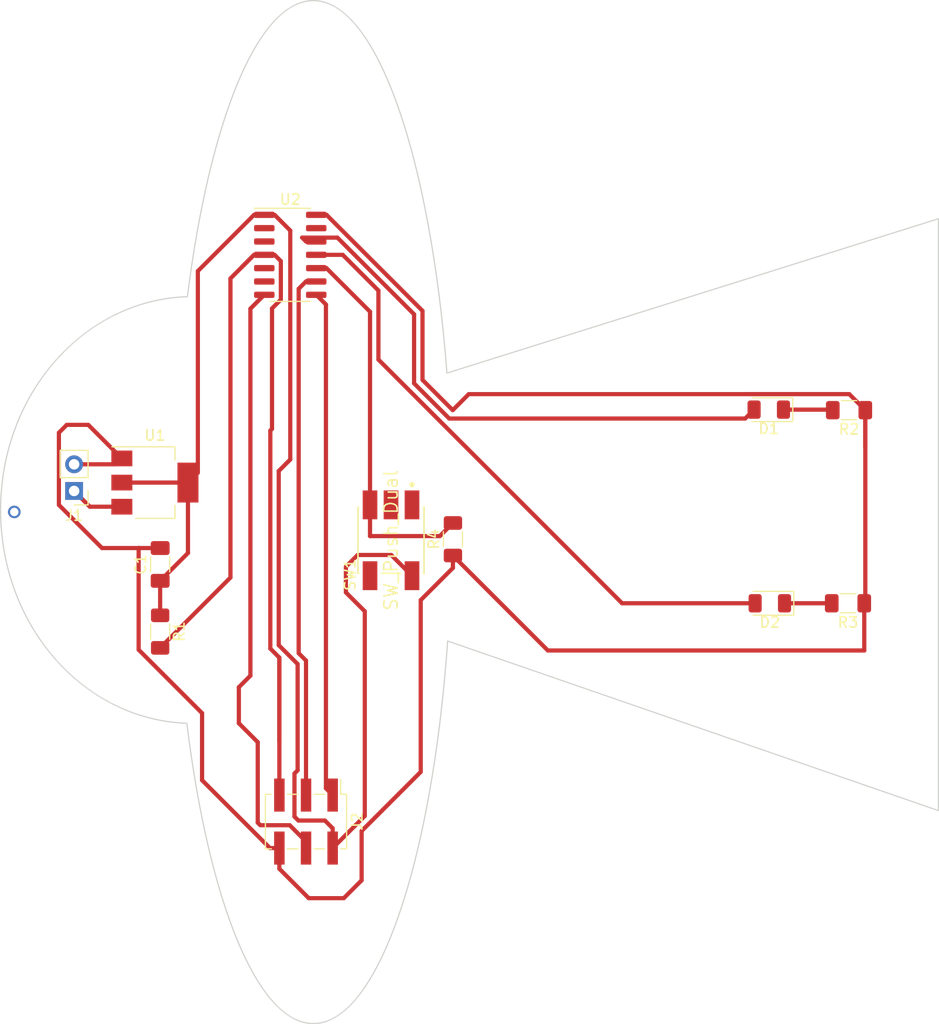
<source format=kicad_pcb>
(kicad_pcb (version 20171130) (host pcbnew "(5.1.9-0-10_14)")

  (general
    (thickness 1.6)
    (drawings 9)
    (tracks 126)
    (zones 0)
    (modules 12)
    (nets 20)
  )

  (page A4)
  (layers
    (0 F.Cu signal)
    (31 B.Cu signal)
    (32 B.Adhes user)
    (33 F.Adhes user)
    (34 B.Paste user)
    (35 F.Paste user)
    (36 B.SilkS user)
    (37 F.SilkS user)
    (38 B.Mask user)
    (39 F.Mask user)
    (40 Dwgs.User user)
    (41 Cmts.User user)
    (42 Eco1.User user)
    (43 Eco2.User user)
    (44 Edge.Cuts user)
    (45 Margin user)
    (46 B.CrtYd user)
    (47 F.CrtYd user)
    (48 B.Fab user)
    (49 F.Fab user)
  )

  (setup
    (last_trace_width 0.4)
    (trace_clearance 0.4)
    (zone_clearance 0.508)
    (zone_45_only no)
    (trace_min 0.2)
    (via_size 1.2)
    (via_drill 0.8)
    (via_min_size 0.4)
    (via_min_drill 0.3)
    (uvia_size 0.3)
    (uvia_drill 0.1)
    (uvias_allowed no)
    (uvia_min_size 0.2)
    (uvia_min_drill 0.1)
    (edge_width 0.05)
    (segment_width 0.2)
    (pcb_text_width 0.3)
    (pcb_text_size 1.5 1.5)
    (mod_edge_width 0.12)
    (mod_text_size 1 1)
    (mod_text_width 0.15)
    (pad_size 1.524 1.524)
    (pad_drill 0.762)
    (pad_to_mask_clearance 0)
    (aux_axis_origin 0 0)
    (visible_elements FFFFFF7F)
    (pcbplotparams
      (layerselection 0x01000_7fffffff)
      (usegerberextensions false)
      (usegerberattributes true)
      (usegerberadvancedattributes true)
      (creategerberjobfile true)
      (excludeedgelayer true)
      (linewidth 0.100000)
      (plotframeref false)
      (viasonmask false)
      (mode 1)
      (useauxorigin false)
      (hpglpennumber 1)
      (hpglpenspeed 20)
      (hpglpendiameter 15.000000)
      (psnegative false)
      (psa4output false)
      (plotreference true)
      (plotvalue true)
      (plotinvisibletext false)
      (padsonsilk false)
      (subtractmaskfromsilk false)
      (outputformat 1)
      (mirror false)
      (drillshape 0)
      (scaleselection 1)
      (outputdirectory "./"))
  )

  (net 0 "")
  (net 1 VCC)
  (net 2 GND)
  (net 3 "Net-(D1-Pad2)")
  (net 4 "Net-(D1-Pad1)")
  (net 5 "Net-(D2-Pad1)")
  (net 6 "Net-(D2-Pad2)")
  (net 7 +9V)
  (net 8 /MISO)
  (net 9 /SCK)
  (net 10 /MOSI)
  (net 11 /RESET)
  (net 12 "Net-(SW1-Pad1)")
  (net 13 "Net-(SW1-Pad4)")
  (net 14 "Net-(U2-Pad2)")
  (net 15 "Net-(U2-Pad3)")
  (net 16 "Net-(U2-Pad5)")
  (net 17 "Net-(U2-Pad6)")
  (net 18 "Net-(U2-Pad13)")
  (net 19 "Net-(R4-Pad2)")

  (net_class Default "This is the default net class."
    (clearance 0.4)
    (trace_width 0.4)
    (via_dia 1.2)
    (via_drill 0.8)
    (uvia_dia 0.3)
    (uvia_drill 0.1)
    (add_net +9V)
    (add_net /MISO)
    (add_net /MOSI)
    (add_net /RESET)
    (add_net /SCK)
    (add_net GND)
    (add_net "Net-(D1-Pad1)")
    (add_net "Net-(D1-Pad2)")
    (add_net "Net-(D2-Pad1)")
    (add_net "Net-(D2-Pad2)")
    (add_net "Net-(R4-Pad2)")
    (add_net "Net-(SW1-Pad1)")
    (add_net "Net-(SW1-Pad4)")
    (add_net "Net-(U2-Pad13)")
    (add_net "Net-(U2-Pad2)")
    (add_net "Net-(U2-Pad3)")
    (add_net "Net-(U2-Pad5)")
    (add_net "Net-(U2-Pad6)")
    (add_net VCC)
  )

  (module LED_SMD:LED_1206_3216Metric (layer F.Cu) (tedit 5F68FEF1) (tstamp 618CC661)
    (at 178 48.25 180)
    (descr "LED SMD 1206 (3216 Metric), square (rectangular) end terminal, IPC_7351 nominal, (Body size source: http://www.tortai-tech.com/upload/download/2011102023233369053.pdf), generated with kicad-footprint-generator")
    (tags LED)
    (path /61816D9D)
    (attr smd)
    (fp_text reference D1 (at 0 -1.82) (layer F.SilkS)
      (effects (font (size 1 1) (thickness 0.15)))
    )
    (fp_text value LED (at 0 1.82) (layer F.Fab)
      (effects (font (size 1 1) (thickness 0.15)))
    )
    (fp_line (start 1.6 -0.8) (end -1.2 -0.8) (layer F.Fab) (width 0.1))
    (fp_line (start -1.2 -0.8) (end -1.6 -0.4) (layer F.Fab) (width 0.1))
    (fp_line (start -1.6 -0.4) (end -1.6 0.8) (layer F.Fab) (width 0.1))
    (fp_line (start -1.6 0.8) (end 1.6 0.8) (layer F.Fab) (width 0.1))
    (fp_line (start 1.6 0.8) (end 1.6 -0.8) (layer F.Fab) (width 0.1))
    (fp_line (start 1.6 -1.135) (end -2.285 -1.135) (layer F.SilkS) (width 0.12))
    (fp_line (start -2.285 -1.135) (end -2.285 1.135) (layer F.SilkS) (width 0.12))
    (fp_line (start -2.285 1.135) (end 1.6 1.135) (layer F.SilkS) (width 0.12))
    (fp_line (start -2.28 1.12) (end -2.28 -1.12) (layer F.CrtYd) (width 0.05))
    (fp_line (start -2.28 -1.12) (end 2.28 -1.12) (layer F.CrtYd) (width 0.05))
    (fp_line (start 2.28 -1.12) (end 2.28 1.12) (layer F.CrtYd) (width 0.05))
    (fp_line (start 2.28 1.12) (end -2.28 1.12) (layer F.CrtYd) (width 0.05))
    (fp_text user %R (at 0 0) (layer F.Fab)
      (effects (font (size 0.8 0.8) (thickness 0.12)))
    )
    (pad 2 smd roundrect (at 1.4 0 180) (size 1.25 1.75) (layers F.Cu F.Paste F.Mask) (roundrect_rratio 0.2)
      (net 3 "Net-(D1-Pad2)"))
    (pad 1 smd roundrect (at -1.4 0 180) (size 1.25 1.75) (layers F.Cu F.Paste F.Mask) (roundrect_rratio 0.2)
      (net 4 "Net-(D1-Pad1)"))
    (model ${KISYS3DMOD}/LED_SMD.3dshapes/LED_1206_3216Metric.wrl
      (at (xyz 0 0 0))
      (scale (xyz 1 1 1))
      (rotate (xyz 0 0 0))
    )
  )

  (module LED_SMD:LED_1206_3216Metric (layer F.Cu) (tedit 5F68FEF1) (tstamp 618CC674)
    (at 178.1 66.7 180)
    (descr "LED SMD 1206 (3216 Metric), square (rectangular) end terminal, IPC_7351 nominal, (Body size source: http://www.tortai-tech.com/upload/download/2011102023233369053.pdf), generated with kicad-footprint-generator")
    (tags LED)
    (path /6182024E)
    (attr smd)
    (fp_text reference D2 (at 0 -1.82) (layer F.SilkS)
      (effects (font (size 1 1) (thickness 0.15)))
    )
    (fp_text value LED (at 0 1.82) (layer F.Fab)
      (effects (font (size 1 1) (thickness 0.15)))
    )
    (fp_line (start 2.28 1.12) (end -2.28 1.12) (layer F.CrtYd) (width 0.05))
    (fp_line (start 2.28 -1.12) (end 2.28 1.12) (layer F.CrtYd) (width 0.05))
    (fp_line (start -2.28 -1.12) (end 2.28 -1.12) (layer F.CrtYd) (width 0.05))
    (fp_line (start -2.28 1.12) (end -2.28 -1.12) (layer F.CrtYd) (width 0.05))
    (fp_line (start -2.285 1.135) (end 1.6 1.135) (layer F.SilkS) (width 0.12))
    (fp_line (start -2.285 -1.135) (end -2.285 1.135) (layer F.SilkS) (width 0.12))
    (fp_line (start 1.6 -1.135) (end -2.285 -1.135) (layer F.SilkS) (width 0.12))
    (fp_line (start 1.6 0.8) (end 1.6 -0.8) (layer F.Fab) (width 0.1))
    (fp_line (start -1.6 0.8) (end 1.6 0.8) (layer F.Fab) (width 0.1))
    (fp_line (start -1.6 -0.4) (end -1.6 0.8) (layer F.Fab) (width 0.1))
    (fp_line (start -1.2 -0.8) (end -1.6 -0.4) (layer F.Fab) (width 0.1))
    (fp_line (start 1.6 -0.8) (end -1.2 -0.8) (layer F.Fab) (width 0.1))
    (fp_text user %R (at 0 0) (layer F.Fab)
      (effects (font (size 0.8 0.8) (thickness 0.12)))
    )
    (pad 1 smd roundrect (at -1.4 0 180) (size 1.25 1.75) (layers F.Cu F.Paste F.Mask) (roundrect_rratio 0.2)
      (net 5 "Net-(D2-Pad1)"))
    (pad 2 smd roundrect (at 1.4 0 180) (size 1.25 1.75) (layers F.Cu F.Paste F.Mask) (roundrect_rratio 0.2)
      (net 6 "Net-(D2-Pad2)"))
    (model ${KISYS3DMOD}/LED_SMD.3dshapes/LED_1206_3216Metric.wrl
      (at (xyz 0 0 0))
      (scale (xyz 1 1 1))
      (rotate (xyz 0 0 0))
    )
  )

  (module Connector_PinHeader_2.54mm:PinHeader_1x02_P2.54mm_Vertical (layer F.Cu) (tedit 59FED5CC) (tstamp 618CC68A)
    (at 111.8 56 180)
    (descr "Through hole straight pin header, 1x02, 2.54mm pitch, single row")
    (tags "Through hole pin header THT 1x02 2.54mm single row")
    (path /61824F8C)
    (fp_text reference J1 (at 0 -2.33) (layer F.SilkS)
      (effects (font (size 1 1) (thickness 0.15)))
    )
    (fp_text value Conn_01x02_Male (at 0 4.87) (layer F.Fab)
      (effects (font (size 1 1) (thickness 0.15)))
    )
    (fp_line (start 1.8 -1.8) (end -1.8 -1.8) (layer F.CrtYd) (width 0.05))
    (fp_line (start 1.8 4.35) (end 1.8 -1.8) (layer F.CrtYd) (width 0.05))
    (fp_line (start -1.8 4.35) (end 1.8 4.35) (layer F.CrtYd) (width 0.05))
    (fp_line (start -1.8 -1.8) (end -1.8 4.35) (layer F.CrtYd) (width 0.05))
    (fp_line (start -1.33 -1.33) (end 0 -1.33) (layer F.SilkS) (width 0.12))
    (fp_line (start -1.33 0) (end -1.33 -1.33) (layer F.SilkS) (width 0.12))
    (fp_line (start -1.33 1.27) (end 1.33 1.27) (layer F.SilkS) (width 0.12))
    (fp_line (start 1.33 1.27) (end 1.33 3.87) (layer F.SilkS) (width 0.12))
    (fp_line (start -1.33 1.27) (end -1.33 3.87) (layer F.SilkS) (width 0.12))
    (fp_line (start -1.33 3.87) (end 1.33 3.87) (layer F.SilkS) (width 0.12))
    (fp_line (start -1.27 -0.635) (end -0.635 -1.27) (layer F.Fab) (width 0.1))
    (fp_line (start -1.27 3.81) (end -1.27 -0.635) (layer F.Fab) (width 0.1))
    (fp_line (start 1.27 3.81) (end -1.27 3.81) (layer F.Fab) (width 0.1))
    (fp_line (start 1.27 -1.27) (end 1.27 3.81) (layer F.Fab) (width 0.1))
    (fp_line (start -0.635 -1.27) (end 1.27 -1.27) (layer F.Fab) (width 0.1))
    (fp_text user %R (at 0 1.27 90) (layer F.Fab)
      (effects (font (size 1 1) (thickness 0.15)))
    )
    (pad 1 thru_hole rect (at 0 0 180) (size 1.7 1.7) (drill 1) (layers *.Cu *.Mask)
      (net 7 +9V))
    (pad 2 thru_hole oval (at 0 2.54 180) (size 1.7 1.7) (drill 1) (layers *.Cu *.Mask)
      (net 2 GND))
    (model ${KISYS3DMOD}/Connector_PinHeader_2.54mm.3dshapes/PinHeader_1x02_P2.54mm_Vertical.wrl
      (at (xyz 0 0 0))
      (scale (xyz 1 1 1))
      (rotate (xyz 0 0 0))
    )
  )

  (module Resistor_SMD:R_1206_3216Metric_Pad1.30x1.75mm_HandSolder (layer F.Cu) (tedit 5F68FEEE) (tstamp 618CC6C8)
    (at 185.65 48.3 180)
    (descr "Resistor SMD 1206 (3216 Metric), square (rectangular) end terminal, IPC_7351 nominal with elongated pad for handsoldering. (Body size source: IPC-SM-782 page 72, https://www.pcb-3d.com/wordpress/wp-content/uploads/ipc-sm-782a_amendment_1_and_2.pdf), generated with kicad-footprint-generator")
    (tags "resistor handsolder")
    (path /6181FB39)
    (attr smd)
    (fp_text reference R2 (at 0 -1.82) (layer F.SilkS)
      (effects (font (size 1 1) (thickness 0.15)))
    )
    (fp_text value 1k (at 0 1.82) (layer F.Fab)
      (effects (font (size 1 1) (thickness 0.15)))
    )
    (fp_line (start 2.45 1.12) (end -2.45 1.12) (layer F.CrtYd) (width 0.05))
    (fp_line (start 2.45 -1.12) (end 2.45 1.12) (layer F.CrtYd) (width 0.05))
    (fp_line (start -2.45 -1.12) (end 2.45 -1.12) (layer F.CrtYd) (width 0.05))
    (fp_line (start -2.45 1.12) (end -2.45 -1.12) (layer F.CrtYd) (width 0.05))
    (fp_line (start -0.727064 0.91) (end 0.727064 0.91) (layer F.SilkS) (width 0.12))
    (fp_line (start -0.727064 -0.91) (end 0.727064 -0.91) (layer F.SilkS) (width 0.12))
    (fp_line (start 1.6 0.8) (end -1.6 0.8) (layer F.Fab) (width 0.1))
    (fp_line (start 1.6 -0.8) (end 1.6 0.8) (layer F.Fab) (width 0.1))
    (fp_line (start -1.6 -0.8) (end 1.6 -0.8) (layer F.Fab) (width 0.1))
    (fp_line (start -1.6 0.8) (end -1.6 -0.8) (layer F.Fab) (width 0.1))
    (fp_text user %R (at 0 0) (layer F.Fab)
      (effects (font (size 0.8 0.8) (thickness 0.12)))
    )
    (pad 1 smd roundrect (at -1.55 0 180) (size 1.3 1.75) (layers F.Cu F.Paste F.Mask) (roundrect_rratio 0.1923069230769231)
      (net 2 GND))
    (pad 2 smd roundrect (at 1.55 0 180) (size 1.3 1.75) (layers F.Cu F.Paste F.Mask) (roundrect_rratio 0.1923069230769231)
      (net 4 "Net-(D1-Pad1)"))
    (model ${KISYS3DMOD}/Resistor_SMD.3dshapes/R_1206_3216Metric.wrl
      (at (xyz 0 0 0))
      (scale (xyz 1 1 1))
      (rotate (xyz 0 0 0))
    )
  )

  (module Resistor_SMD:R_1206_3216Metric_Pad1.30x1.75mm_HandSolder (layer F.Cu) (tedit 5F68FEEE) (tstamp 618CC6D9)
    (at 185.55 66.7 180)
    (descr "Resistor SMD 1206 (3216 Metric), square (rectangular) end terminal, IPC_7351 nominal with elongated pad for handsoldering. (Body size source: IPC-SM-782 page 72, https://www.pcb-3d.com/wordpress/wp-content/uploads/ipc-sm-782a_amendment_1_and_2.pdf), generated with kicad-footprint-generator")
    (tags "resistor handsolder")
    (path /61820823)
    (attr smd)
    (fp_text reference R3 (at 0 -1.82) (layer F.SilkS)
      (effects (font (size 1 1) (thickness 0.15)))
    )
    (fp_text value 1k (at 0 1.82) (layer F.Fab)
      (effects (font (size 1 1) (thickness 0.15)))
    )
    (fp_line (start -1.6 0.8) (end -1.6 -0.8) (layer F.Fab) (width 0.1))
    (fp_line (start -1.6 -0.8) (end 1.6 -0.8) (layer F.Fab) (width 0.1))
    (fp_line (start 1.6 -0.8) (end 1.6 0.8) (layer F.Fab) (width 0.1))
    (fp_line (start 1.6 0.8) (end -1.6 0.8) (layer F.Fab) (width 0.1))
    (fp_line (start -0.727064 -0.91) (end 0.727064 -0.91) (layer F.SilkS) (width 0.12))
    (fp_line (start -0.727064 0.91) (end 0.727064 0.91) (layer F.SilkS) (width 0.12))
    (fp_line (start -2.45 1.12) (end -2.45 -1.12) (layer F.CrtYd) (width 0.05))
    (fp_line (start -2.45 -1.12) (end 2.45 -1.12) (layer F.CrtYd) (width 0.05))
    (fp_line (start 2.45 -1.12) (end 2.45 1.12) (layer F.CrtYd) (width 0.05))
    (fp_line (start 2.45 1.12) (end -2.45 1.12) (layer F.CrtYd) (width 0.05))
    (fp_text user %R (at 0 0) (layer F.Fab)
      (effects (font (size 0.8 0.8) (thickness 0.12)))
    )
    (pad 2 smd roundrect (at 1.55 0 180) (size 1.3 1.75) (layers F.Cu F.Paste F.Mask) (roundrect_rratio 0.1923069230769231)
      (net 5 "Net-(D2-Pad1)"))
    (pad 1 smd roundrect (at -1.55 0 180) (size 1.3 1.75) (layers F.Cu F.Paste F.Mask) (roundrect_rratio 0.1923069230769231)
      (net 2 GND))
    (model ${KISYS3DMOD}/Resistor_SMD.3dshapes/R_1206_3216Metric.wrl
      (at (xyz 0 0 0))
      (scale (xyz 1 1 1))
      (rotate (xyz 0 0 0))
    )
  )

  (module Resistor_SMD:R_1206_3216Metric_Pad1.30x1.75mm_HandSolder (layer F.Cu) (tedit 5F68FEEE) (tstamp 618CC6EA)
    (at 147.9 60.6 90)
    (descr "Resistor SMD 1206 (3216 Metric), square (rectangular) end terminal, IPC_7351 nominal with elongated pad for handsoldering. (Body size source: IPC-SM-782 page 72, https://www.pcb-3d.com/wordpress/wp-content/uploads/ipc-sm-782a_amendment_1_and_2.pdf), generated with kicad-footprint-generator")
    (tags "resistor handsolder")
    (path /618ECFAF)
    (attr smd)
    (fp_text reference R4 (at 0 -1.82 90) (layer F.SilkS)
      (effects (font (size 1 1) (thickness 0.15)))
    )
    (fp_text value 10k (at 0 1.82 90) (layer F.Fab)
      (effects (font (size 1 1) (thickness 0.15)))
    )
    (fp_line (start -1.6 0.8) (end -1.6 -0.8) (layer F.Fab) (width 0.1))
    (fp_line (start -1.6 -0.8) (end 1.6 -0.8) (layer F.Fab) (width 0.1))
    (fp_line (start 1.6 -0.8) (end 1.6 0.8) (layer F.Fab) (width 0.1))
    (fp_line (start 1.6 0.8) (end -1.6 0.8) (layer F.Fab) (width 0.1))
    (fp_line (start -0.727064 -0.91) (end 0.727064 -0.91) (layer F.SilkS) (width 0.12))
    (fp_line (start -0.727064 0.91) (end 0.727064 0.91) (layer F.SilkS) (width 0.12))
    (fp_line (start -2.45 1.12) (end -2.45 -1.12) (layer F.CrtYd) (width 0.05))
    (fp_line (start -2.45 -1.12) (end 2.45 -1.12) (layer F.CrtYd) (width 0.05))
    (fp_line (start 2.45 -1.12) (end 2.45 1.12) (layer F.CrtYd) (width 0.05))
    (fp_line (start 2.45 1.12) (end -2.45 1.12) (layer F.CrtYd) (width 0.05))
    (fp_text user %R (at 0 0 180) (layer F.Fab)
      (effects (font (size 0.8 0.8) (thickness 0.12)))
    )
    (pad 2 smd roundrect (at 1.55 0 90) (size 1.3 1.75) (layers F.Cu F.Paste F.Mask) (roundrect_rratio 0.1923069230769231)
      (net 19 "Net-(R4-Pad2)"))
    (pad 1 smd roundrect (at -1.55 0 90) (size 1.3 1.75) (layers F.Cu F.Paste F.Mask) (roundrect_rratio 0.1923069230769231)
      (net 2 GND))
    (model ${KISYS3DMOD}/Resistor_SMD.3dshapes/R_1206_3216Metric.wrl
      (at (xyz 0 0 0))
      (scale (xyz 1 1 1))
      (rotate (xyz 0 0 0))
    )
  )

  (module omron-b3sn-3112p:Omron-B3SN-3112P-MFG (layer F.Cu) (tedit 5EEC8978) (tstamp 618CC704)
    (at 142 60.7 90)
    (path /618CAD88)
    (fp_text reference SW1 (at -4.9 -3.9 90) (layer F.SilkS)
      (effects (font (size 1 1) (thickness 0.15)) (justify left))
    )
    (fp_text value SW_Push_Dual (at 0 0 90) (layer F.SilkS)
      (effects (font (size 1.27 1.27) (thickness 0.15)))
    )
    (fp_circle (center 5.3 2) (end 5.425 2) (layer F.SilkS) (width 0.25))
    (fp_line (start -3.15 -3.075) (end -3.15 -3.15) (layer F.SilkS) (width 0.15))
    (fp_line (start -3.15 0.925) (end -3.15 -0.925) (layer F.SilkS) (width 0.15))
    (fp_line (start -3.15 3.15) (end -3.15 3.075) (layer F.SilkS) (width 0.15))
    (fp_line (start -3.15 3.15) (end 3.15 3.15) (layer F.SilkS) (width 0.15))
    (fp_line (start 3.15 -3.075) (end 3.15 -3.15) (layer F.SilkS) (width 0.15))
    (fp_line (start 3.15 3.15) (end 3.15 3.075) (layer F.SilkS) (width 0.15))
    (fp_line (start -3.15 -3.15) (end 3.15 -3.15) (layer F.SilkS) (width 0.15))
    (fp_line (start 4.775 3.175) (end 4.775 -3.175) (layer F.CrtYd) (width 0.15))
    (fp_line (start -4.775 3.175) (end 4.775 3.175) (layer F.CrtYd) (width 0.15))
    (fp_line (start -4.775 -3.175) (end -4.775 3.175) (layer F.CrtYd) (width 0.15))
    (fp_line (start 4.775 -3.175) (end -4.775 -3.175) (layer F.CrtYd) (width 0.15))
    (fp_line (start 4.775 -3.175) (end 4.775 -3.175) (layer F.CrtYd) (width 0.15))
    (fp_line (start 3.15 3.15) (end -3.15 3.15) (layer F.Fab) (width 0.15))
    (fp_line (start 3.15 -3.15) (end 3.15 3.15) (layer F.Fab) (width 0.15))
    (fp_line (start -3.15 -3.15) (end 3.15 -3.15) (layer F.Fab) (width 0.15))
    (fp_line (start -3.15 3.15) (end -3.15 -3.15) (layer F.Fab) (width 0.15))
    (pad 1 smd rect (at 3.375 2 90) (size 2.75 1.4) (layers F.Cu F.Paste F.Mask)
      (net 12 "Net-(SW1-Pad1)"))
    (pad 5 smd rect (at 3.375 0 90) (size 2.75 1.4) (layers F.Cu F.Paste F.Mask))
    (pad 3 smd rect (at 3.375 -2 90) (size 2.75 1.4) (layers F.Cu F.Paste F.Mask)
      (net 19 "Net-(R4-Pad2)"))
    (pad 2 smd rect (at -3.375 2 90) (size 2.75 1.4) (layers F.Cu F.Paste F.Mask)
      (net 1 VCC))
    (pad 4 smd rect (at -3.375 -2 90) (size 2.75 1.4) (layers F.Cu F.Paste F.Mask)
      (net 13 "Net-(SW1-Pad4)"))
    (model eec.models/Omron_-_B3SN-3112P.step
      (at (xyz 0 0 0))
      (scale (xyz 1 1 1))
      (rotate (xyz 0 0 0))
    )
  )

  (module Package_SO:SOIC-14_3.9x8.7mm_P1.27mm (layer F.Cu) (tedit 5D9F72B1) (tstamp 618CC73A)
    (at 132.4 33.5)
    (descr "SOIC, 14 Pin (JEDEC MS-012AB, https://www.analog.com/media/en/package-pcb-resources/package/pkg_pdf/soic_narrow-r/r_14.pdf), generated with kicad-footprint-generator ipc_gullwing_generator.py")
    (tags "SOIC SO")
    (path /618B6C0F)
    (attr smd)
    (fp_text reference U2 (at 0 -5.28) (layer F.SilkS)
      (effects (font (size 1 1) (thickness 0.15)))
    )
    (fp_text value ATtiny44A-SSU (at 0 5.28) (layer F.Fab)
      (effects (font (size 1 1) (thickness 0.15)))
    )
    (fp_line (start 3.7 -4.58) (end -3.7 -4.58) (layer F.CrtYd) (width 0.05))
    (fp_line (start 3.7 4.58) (end 3.7 -4.58) (layer F.CrtYd) (width 0.05))
    (fp_line (start -3.7 4.58) (end 3.7 4.58) (layer F.CrtYd) (width 0.05))
    (fp_line (start -3.7 -4.58) (end -3.7 4.58) (layer F.CrtYd) (width 0.05))
    (fp_line (start -1.95 -3.35) (end -0.975 -4.325) (layer F.Fab) (width 0.1))
    (fp_line (start -1.95 4.325) (end -1.95 -3.35) (layer F.Fab) (width 0.1))
    (fp_line (start 1.95 4.325) (end -1.95 4.325) (layer F.Fab) (width 0.1))
    (fp_line (start 1.95 -4.325) (end 1.95 4.325) (layer F.Fab) (width 0.1))
    (fp_line (start -0.975 -4.325) (end 1.95 -4.325) (layer F.Fab) (width 0.1))
    (fp_line (start 0 -4.435) (end -3.45 -4.435) (layer F.SilkS) (width 0.12))
    (fp_line (start 0 -4.435) (end 1.95 -4.435) (layer F.SilkS) (width 0.12))
    (fp_line (start 0 4.435) (end -1.95 4.435) (layer F.SilkS) (width 0.12))
    (fp_line (start 0 4.435) (end 1.95 4.435) (layer F.SilkS) (width 0.12))
    (fp_text user %R (at 0 0) (layer F.Fab)
      (effects (font (size 0.98 0.98) (thickness 0.15)))
    )
    (pad 1 smd roundrect (at -2.475 -3.81) (size 1.95 0.6) (layers F.Cu F.Paste F.Mask) (roundrect_rratio 0.25)
      (net 1 VCC))
    (pad 2 smd roundrect (at -2.475 -2.54) (size 1.95 0.6) (layers F.Cu F.Paste F.Mask) (roundrect_rratio 0.25)
      (net 14 "Net-(U2-Pad2)"))
    (pad 3 smd roundrect (at -2.475 -1.27) (size 1.95 0.6) (layers F.Cu F.Paste F.Mask) (roundrect_rratio 0.25)
      (net 15 "Net-(U2-Pad3)"))
    (pad 4 smd roundrect (at -2.475 0) (size 1.95 0.6) (layers F.Cu F.Paste F.Mask) (roundrect_rratio 0.25)
      (net 11 /RESET))
    (pad 5 smd roundrect (at -2.475 1.27) (size 1.95 0.6) (layers F.Cu F.Paste F.Mask) (roundrect_rratio 0.25)
      (net 16 "Net-(U2-Pad5)"))
    (pad 6 smd roundrect (at -2.475 2.54) (size 1.95 0.6) (layers F.Cu F.Paste F.Mask) (roundrect_rratio 0.25)
      (net 17 "Net-(U2-Pad6)"))
    (pad 7 smd roundrect (at -2.475 3.81) (size 1.95 0.6) (layers F.Cu F.Paste F.Mask) (roundrect_rratio 0.25)
      (net 10 /MOSI))
    (pad 8 smd roundrect (at 2.475 3.81) (size 1.95 0.6) (layers F.Cu F.Paste F.Mask) (roundrect_rratio 0.25)
      (net 8 /MISO))
    (pad 9 smd roundrect (at 2.475 2.54) (size 1.95 0.6) (layers F.Cu F.Paste F.Mask) (roundrect_rratio 0.25)
      (net 9 /SCK))
    (pad 10 smd roundrect (at 2.475 1.27) (size 1.95 0.6) (layers F.Cu F.Paste F.Mask) (roundrect_rratio 0.25)
      (net 19 "Net-(R4-Pad2)"))
    (pad 11 smd roundrect (at 2.475 0) (size 1.95 0.6) (layers F.Cu F.Paste F.Mask) (roundrect_rratio 0.25)
      (net 6 "Net-(D2-Pad2)"))
    (pad 12 smd roundrect (at 2.475 -1.27) (size 1.95 0.6) (layers F.Cu F.Paste F.Mask) (roundrect_rratio 0.25)
      (net 3 "Net-(D1-Pad2)"))
    (pad 13 smd roundrect (at 2.475 -2.54) (size 1.95 0.6) (layers F.Cu F.Paste F.Mask) (roundrect_rratio 0.25)
      (net 18 "Net-(U2-Pad13)"))
    (pad 14 smd roundrect (at 2.475 -3.81) (size 1.95 0.6) (layers F.Cu F.Paste F.Mask) (roundrect_rratio 0.25)
      (net 2 GND))
    (model ${KISYS3DMOD}/Package_SO.3dshapes/SOIC-14_3.9x8.7mm_P1.27mm.wrl
      (at (xyz 0 0 0))
      (scale (xyz 1 1 1))
      (rotate (xyz 0 0 0))
    )
  )

  (module Connector_PinHeader_2.54mm:PinHeader_2x03_P2.54mm_Vertical_SMD (layer F.Cu) (tedit 59FED5CC) (tstamp 618C95D4)
    (at 133.9 87.5 270)
    (descr "surface-mounted straight pin header, 2x03, 2.54mm pitch, double rows")
    (tags "Surface mounted pin header SMD 2x03 2.54mm double row")
    (path /618B0B1C)
    (attr smd)
    (fp_text reference J2 (at 0 -4.87 90) (layer F.SilkS)
      (effects (font (size 1 1) (thickness 0.15)))
    )
    (fp_text value AVR-ISP-6 (at 0 4.87 90) (layer F.Fab)
      (effects (font (size 1 1) (thickness 0.15)))
    )
    (fp_line (start 5.9 -4.35) (end -5.9 -4.35) (layer F.CrtYd) (width 0.05))
    (fp_line (start 5.9 4.35) (end 5.9 -4.35) (layer F.CrtYd) (width 0.05))
    (fp_line (start -5.9 4.35) (end 5.9 4.35) (layer F.CrtYd) (width 0.05))
    (fp_line (start -5.9 -4.35) (end -5.9 4.35) (layer F.CrtYd) (width 0.05))
    (fp_line (start 2.6 0.76) (end 2.6 1.78) (layer F.SilkS) (width 0.12))
    (fp_line (start -2.6 0.76) (end -2.6 1.78) (layer F.SilkS) (width 0.12))
    (fp_line (start 2.6 -1.78) (end 2.6 -0.76) (layer F.SilkS) (width 0.12))
    (fp_line (start -2.6 -1.78) (end -2.6 -0.76) (layer F.SilkS) (width 0.12))
    (fp_line (start 2.6 3.3) (end 2.6 3.87) (layer F.SilkS) (width 0.12))
    (fp_line (start -2.6 3.3) (end -2.6 3.87) (layer F.SilkS) (width 0.12))
    (fp_line (start 2.6 -3.87) (end 2.6 -3.3) (layer F.SilkS) (width 0.12))
    (fp_line (start -2.6 -3.87) (end -2.6 -3.3) (layer F.SilkS) (width 0.12))
    (fp_line (start -4.04 -3.3) (end -2.6 -3.3) (layer F.SilkS) (width 0.12))
    (fp_line (start -2.6 3.87) (end 2.6 3.87) (layer F.SilkS) (width 0.12))
    (fp_line (start -2.6 -3.87) (end 2.6 -3.87) (layer F.SilkS) (width 0.12))
    (fp_line (start 3.6 2.86) (end 2.54 2.86) (layer F.Fab) (width 0.1))
    (fp_line (start 3.6 2.22) (end 3.6 2.86) (layer F.Fab) (width 0.1))
    (fp_line (start 2.54 2.22) (end 3.6 2.22) (layer F.Fab) (width 0.1))
    (fp_line (start -3.6 2.86) (end -2.54 2.86) (layer F.Fab) (width 0.1))
    (fp_line (start -3.6 2.22) (end -3.6 2.86) (layer F.Fab) (width 0.1))
    (fp_line (start -2.54 2.22) (end -3.6 2.22) (layer F.Fab) (width 0.1))
    (fp_line (start 3.6 0.32) (end 2.54 0.32) (layer F.Fab) (width 0.1))
    (fp_line (start 3.6 -0.32) (end 3.6 0.32) (layer F.Fab) (width 0.1))
    (fp_line (start 2.54 -0.32) (end 3.6 -0.32) (layer F.Fab) (width 0.1))
    (fp_line (start -3.6 0.32) (end -2.54 0.32) (layer F.Fab) (width 0.1))
    (fp_line (start -3.6 -0.32) (end -3.6 0.32) (layer F.Fab) (width 0.1))
    (fp_line (start -2.54 -0.32) (end -3.6 -0.32) (layer F.Fab) (width 0.1))
    (fp_line (start 3.6 -2.22) (end 2.54 -2.22) (layer F.Fab) (width 0.1))
    (fp_line (start 3.6 -2.86) (end 3.6 -2.22) (layer F.Fab) (width 0.1))
    (fp_line (start 2.54 -2.86) (end 3.6 -2.86) (layer F.Fab) (width 0.1))
    (fp_line (start -3.6 -2.22) (end -2.54 -2.22) (layer F.Fab) (width 0.1))
    (fp_line (start -3.6 -2.86) (end -3.6 -2.22) (layer F.Fab) (width 0.1))
    (fp_line (start -2.54 -2.86) (end -3.6 -2.86) (layer F.Fab) (width 0.1))
    (fp_line (start 2.54 -3.81) (end 2.54 3.81) (layer F.Fab) (width 0.1))
    (fp_line (start -2.54 -2.86) (end -1.59 -3.81) (layer F.Fab) (width 0.1))
    (fp_line (start -2.54 3.81) (end -2.54 -2.86) (layer F.Fab) (width 0.1))
    (fp_line (start -1.59 -3.81) (end 2.54 -3.81) (layer F.Fab) (width 0.1))
    (fp_line (start 2.54 3.81) (end -2.54 3.81) (layer F.Fab) (width 0.1))
    (fp_text user %R (at 0 0) (layer F.Fab)
      (effects (font (size 1 1) (thickness 0.15)))
    )
    (pad 1 smd rect (at -2.525 -2.54 270) (size 3.15 1) (layers F.Cu F.Paste F.Mask)
      (net 8 /MISO))
    (pad 2 smd rect (at 2.525 -2.54 270) (size 3.15 1) (layers F.Cu F.Paste F.Mask)
      (net 1 VCC))
    (pad 3 smd rect (at -2.525 0 270) (size 3.15 1) (layers F.Cu F.Paste F.Mask)
      (net 9 /SCK))
    (pad 4 smd rect (at 2.525 0 270) (size 3.15 1) (layers F.Cu F.Paste F.Mask)
      (net 10 /MOSI))
    (pad 5 smd rect (at -2.525 2.54 270) (size 3.15 1) (layers F.Cu F.Paste F.Mask)
      (net 11 /RESET))
    (pad 6 smd rect (at 2.525 2.54 270) (size 3.15 1) (layers F.Cu F.Paste F.Mask)
      (net 2 GND))
    (model ${KISYS3DMOD}/Connector_PinHeader_2.54mm.3dshapes/PinHeader_2x03_P2.54mm_Vertical_SMD.wrl
      (at (xyz 0 0 0))
      (scale (xyz 1 1 1))
      (rotate (xyz 0 0 0))
    )
  )

  (module Capacitor_SMD:C_1206_3216Metric_Pad1.33x1.80mm_HandSolder (layer F.Cu) (tedit 5F68FEEF) (tstamp 61914C9D)
    (at 120 63 90)
    (descr "Capacitor SMD 1206 (3216 Metric), square (rectangular) end terminal, IPC_7351 nominal with elongated pad for handsoldering. (Body size source: IPC-SM-782 page 76, https://www.pcb-3d.com/wordpress/wp-content/uploads/ipc-sm-782a_amendment_1_and_2.pdf), generated with kicad-footprint-generator")
    (tags "capacitor handsolder")
    (path /619241AD)
    (attr smd)
    (fp_text reference C1 (at 0 -1.85 90) (layer F.SilkS)
      (effects (font (size 1 1) (thickness 0.15)))
    )
    (fp_text value 1uF (at 0 1.85 90) (layer F.Fab)
      (effects (font (size 1 1) (thickness 0.15)))
    )
    (fp_line (start -1.6 0.8) (end -1.6 -0.8) (layer F.Fab) (width 0.1))
    (fp_line (start -1.6 -0.8) (end 1.6 -0.8) (layer F.Fab) (width 0.1))
    (fp_line (start 1.6 -0.8) (end 1.6 0.8) (layer F.Fab) (width 0.1))
    (fp_line (start 1.6 0.8) (end -1.6 0.8) (layer F.Fab) (width 0.1))
    (fp_line (start -0.711252 -0.91) (end 0.711252 -0.91) (layer F.SilkS) (width 0.12))
    (fp_line (start -0.711252 0.91) (end 0.711252 0.91) (layer F.SilkS) (width 0.12))
    (fp_line (start -2.48 1.15) (end -2.48 -1.15) (layer F.CrtYd) (width 0.05))
    (fp_line (start -2.48 -1.15) (end 2.48 -1.15) (layer F.CrtYd) (width 0.05))
    (fp_line (start 2.48 -1.15) (end 2.48 1.15) (layer F.CrtYd) (width 0.05))
    (fp_line (start 2.48 1.15) (end -2.48 1.15) (layer F.CrtYd) (width 0.05))
    (fp_text user %R (at 0 0 90) (layer F.Fab)
      (effects (font (size 0.8 0.8) (thickness 0.12)))
    )
    (pad 1 smd roundrect (at -1.5625 0 90) (size 1.325 1.8) (layers F.Cu F.Paste F.Mask) (roundrect_rratio 0.1886784905660377)
      (net 1 VCC))
    (pad 2 smd roundrect (at 1.5625 0 90) (size 1.325 1.8) (layers F.Cu F.Paste F.Mask) (roundrect_rratio 0.1886784905660377)
      (net 2 GND))
    (model ${KISYS3DMOD}/Capacitor_SMD.3dshapes/C_1206_3216Metric.wrl
      (at (xyz 0 0 0))
      (scale (xyz 1 1 1))
      (rotate (xyz 0 0 0))
    )
  )

  (module Resistor_SMD:R_1206_3216Metric_Pad1.30x1.75mm_HandSolder (layer F.Cu) (tedit 5F68FEEE) (tstamp 6191469C)
    (at 120 69.4 270)
    (descr "Resistor SMD 1206 (3216 Metric), square (rectangular) end terminal, IPC_7351 nominal with elongated pad for handsoldering. (Body size source: IPC-SM-782 page 72, https://www.pcb-3d.com/wordpress/wp-content/uploads/ipc-sm-782a_amendment_1_and_2.pdf), generated with kicad-footprint-generator")
    (tags "resistor handsolder")
    (path /6192B2F0)
    (attr smd)
    (fp_text reference R1 (at 0 -1.82 90) (layer F.SilkS)
      (effects (font (size 1 1) (thickness 0.15)))
    )
    (fp_text value 10k (at 0 1.82 90) (layer F.Fab)
      (effects (font (size 1 1) (thickness 0.15)))
    )
    (fp_line (start -1.6 0.8) (end -1.6 -0.8) (layer F.Fab) (width 0.1))
    (fp_line (start -1.6 -0.8) (end 1.6 -0.8) (layer F.Fab) (width 0.1))
    (fp_line (start 1.6 -0.8) (end 1.6 0.8) (layer F.Fab) (width 0.1))
    (fp_line (start 1.6 0.8) (end -1.6 0.8) (layer F.Fab) (width 0.1))
    (fp_line (start -0.727064 -0.91) (end 0.727064 -0.91) (layer F.SilkS) (width 0.12))
    (fp_line (start -0.727064 0.91) (end 0.727064 0.91) (layer F.SilkS) (width 0.12))
    (fp_line (start -2.45 1.12) (end -2.45 -1.12) (layer F.CrtYd) (width 0.05))
    (fp_line (start -2.45 -1.12) (end 2.45 -1.12) (layer F.CrtYd) (width 0.05))
    (fp_line (start 2.45 -1.12) (end 2.45 1.12) (layer F.CrtYd) (width 0.05))
    (fp_line (start 2.45 1.12) (end -2.45 1.12) (layer F.CrtYd) (width 0.05))
    (fp_text user %R (at 0 0 90) (layer F.Fab)
      (effects (font (size 0.8 0.8) (thickness 0.12)))
    )
    (pad 1 smd roundrect (at -1.55 0 270) (size 1.3 1.75) (layers F.Cu F.Paste F.Mask) (roundrect_rratio 0.1923076923076923)
      (net 1 VCC))
    (pad 2 smd roundrect (at 1.55 0 270) (size 1.3 1.75) (layers F.Cu F.Paste F.Mask) (roundrect_rratio 0.1923076923076923)
      (net 11 /RESET))
    (model ${KISYS3DMOD}/Resistor_SMD.3dshapes/R_1206_3216Metric.wrl
      (at (xyz 0 0 0))
      (scale (xyz 1 1 1))
      (rotate (xyz 0 0 0))
    )
  )

  (module Package_TO_SOT_SMD:SOT-223-3_TabPin2 (layer F.Cu) (tedit 5A02FF57) (tstamp 619146B2)
    (at 119.5 55.2)
    (descr "module CMS SOT223 4 pins")
    (tags "CMS SOT")
    (path /6191E11B)
    (attr smd)
    (fp_text reference U1 (at 0 -4.5) (layer F.SilkS)
      (effects (font (size 1 1) (thickness 0.15)))
    )
    (fp_text value LD1117S50TR_SOT223 (at 0 4.5) (layer F.Fab)
      (effects (font (size 1 1) (thickness 0.15)))
    )
    (fp_line (start 1.91 3.41) (end 1.91 2.15) (layer F.SilkS) (width 0.12))
    (fp_line (start 1.91 -3.41) (end 1.91 -2.15) (layer F.SilkS) (width 0.12))
    (fp_line (start 4.4 -3.6) (end -4.4 -3.6) (layer F.CrtYd) (width 0.05))
    (fp_line (start 4.4 3.6) (end 4.4 -3.6) (layer F.CrtYd) (width 0.05))
    (fp_line (start -4.4 3.6) (end 4.4 3.6) (layer F.CrtYd) (width 0.05))
    (fp_line (start -4.4 -3.6) (end -4.4 3.6) (layer F.CrtYd) (width 0.05))
    (fp_line (start -1.85 -2.35) (end -0.85 -3.35) (layer F.Fab) (width 0.1))
    (fp_line (start -1.85 -2.35) (end -1.85 3.35) (layer F.Fab) (width 0.1))
    (fp_line (start -1.85 3.41) (end 1.91 3.41) (layer F.SilkS) (width 0.12))
    (fp_line (start -0.85 -3.35) (end 1.85 -3.35) (layer F.Fab) (width 0.1))
    (fp_line (start -4.1 -3.41) (end 1.91 -3.41) (layer F.SilkS) (width 0.12))
    (fp_line (start -1.85 3.35) (end 1.85 3.35) (layer F.Fab) (width 0.1))
    (fp_line (start 1.85 -3.35) (end 1.85 3.35) (layer F.Fab) (width 0.1))
    (fp_text user %R (at 0 0 90) (layer F.Fab)
      (effects (font (size 0.8 0.8) (thickness 0.12)))
    )
    (pad 2 smd rect (at 3.15 0) (size 2 3.8) (layers F.Cu F.Paste F.Mask)
      (net 1 VCC))
    (pad 2 smd rect (at -3.15 0) (size 2 1.5) (layers F.Cu F.Paste F.Mask)
      (net 1 VCC))
    (pad 3 smd rect (at -3.15 2.3) (size 2 1.5) (layers F.Cu F.Paste F.Mask)
      (net 7 +9V))
    (pad 1 smd rect (at -3.15 -2.3) (size 2 1.5) (layers F.Cu F.Paste F.Mask)
      (net 2 GND))
    (model ${KISYS3DMOD}/Package_TO_SOT_SMD.3dshapes/SOT-223.wrl
      (at (xyz 0 0 0))
      (scale (xyz 1 1 1))
      (rotate (xyz 0 0 0))
    )
  )

  (gr_curve (pts (xy 134.596825 106.746354) (xy 129.236364 106.746354) (xy 124.62203 95.009441) (xy 122.542409 78.134308)) (layer Edge.Cuts) (width 0.1125))
  (gr_curve (pts (xy 147.331222 44.767708) (xy 147.331222 44.767708) (xy 194.170401 30.062162) (xy 194.170401 30.062162)) (layer Edge.Cuts) (width 0.1125))
  (gr_curve (pts (xy 194.170401 86.455457) (xy 194.170401 86.455457) (xy 147.4 70.3) (xy 147.4 70.3)) (layer Edge.Cuts) (width 0.1125))
  (gr_curve (pts (xy 194.170401 30.062162) (xy 194.170401 30.062162) (xy 194.170401 86.455457) (xy 194.170401 86.455457)) (layer Edge.Cuts) (width 0.1125))
  (gr_curve (pts (xy 134.596825 9.276496) (xy 140.655773 9.276496) (xy 145.764877 24.288952) (xy 147.331222 44.767708)) (layer Edge.Cuts) (width 0.1125))
  (gr_curve (pts (xy 122.595313 37.489018) (xy 124.696105 20.828197) (xy 129.27869 9.276496) (xy 134.596825 9.276496)) (layer Edge.Cuts) (width 0.1125))
  (gr_curve (pts (xy 104.794154 57.811663) (xy 104.794154 46.778535) (xy 112.718428 37.795928) (xy 122.595313 37.489018)) (layer Edge.Cuts) (width 0.1125))
  (gr_curve (pts (xy 122.542409 78.134308) (xy 112.689312 77.798282) (xy 104.794154 68.828917) (xy 104.794154 57.811663)) (layer Edge.Cuts) (width 0.1125))
  (gr_curve (pts (xy 147.4 70.3) (xy 145.923637 91.268229) (xy 140.748387 106.746354) (xy 134.596825 106.746354)) (layer Edge.Cuts) (width 0.1125))

  (via (at 106.1 58) (size 1.2) (drill 0.8) (layers F.Cu B.Cu) (net 0))
  (segment (start 136.44 90.025) (end 139.5 86.965) (width 0.4) (layer F.Cu) (net 1) (status 10))
  (segment (start 142.024999 62.099999) (end 144 64.075) (width 0.4) (layer F.Cu) (net 1) (status 20))
  (segment (start 137.7 63.219998) (end 138.819999 62.099999) (width 0.4) (layer F.Cu) (net 1))
  (segment (start 138.819999 62.099999) (end 142.024999 62.099999) (width 0.4) (layer F.Cu) (net 1))
  (segment (start 137.7 65.665) (end 137.7 63.219998) (width 0.4) (layer F.Cu) (net 1))
  (segment (start 139.5 67.465) (end 137.7 65.665) (width 0.4) (layer F.Cu) (net 1))
  (segment (start 139.5 86.965) (end 139.5 67.465) (width 0.4) (layer F.Cu) (net 1))
  (segment (start 130.9 29.69) (end 129.925 29.69) (width 0.4) (layer F.Cu) (net 1) (status 20))
  (segment (start 131.3 54.1) (end 132.4 53) (width 0.4) (layer F.Cu) (net 1))
  (segment (start 131.3 70.69) (end 131.3 54.1) (width 0.4) (layer F.Cu) (net 1))
  (segment (start 136.44 88.14) (end 135.7 87.4) (width 0.4) (layer F.Cu) (net 1))
  (segment (start 132.4 53) (end 132.4 31.19) (width 0.4) (layer F.Cu) (net 1))
  (segment (start 133.1 72.49) (end 131.3 70.69) (width 0.4) (layer F.Cu) (net 1))
  (segment (start 132.4 31.19) (end 130.9 29.69) (width 0.4) (layer F.Cu) (net 1))
  (segment (start 132.799999 87.030001) (end 132.799999 82.919999) (width 0.4) (layer F.Cu) (net 1))
  (segment (start 135.7 87.4) (end 133.169998 87.4) (width 0.4) (layer F.Cu) (net 1))
  (segment (start 133.169998 87.4) (end 132.799999 87.030001) (width 0.4) (layer F.Cu) (net 1))
  (segment (start 133.1 82.619998) (end 133.1 72.49) (width 0.4) (layer F.Cu) (net 1))
  (segment (start 132.799999 82.919999) (end 133.1 82.619998) (width 0.4) (layer F.Cu) (net 1))
  (segment (start 136.44 90.025) (end 136.44 88.14) (width 0.4) (layer F.Cu) (net 1) (status 10))
  (segment (start 129.159324 29.69) (end 129.925 29.69) (width 0.4) (layer F.Cu) (net 1))
  (segment (start 120 64.5625) (end 120 67.85) (width 0.4) (layer F.Cu) (net 1))
  (segment (start 122.65 61.9125) (end 122.65 55.2) (width 0.4) (layer F.Cu) (net 1))
  (segment (start 120 64.5625) (end 122.65 61.9125) (width 0.4) (layer F.Cu) (net 1))
  (segment (start 123.591256 54.258744) (end 122.65 55.2) (width 0.4) (layer F.Cu) (net 1))
  (segment (start 128.95 29.69) (end 123.591256 35.048744) (width 0.4) (layer F.Cu) (net 1))
  (segment (start 123.591256 35.048744) (end 123.591256 54.258744) (width 0.4) (layer F.Cu) (net 1))
  (segment (start 129.925 29.69) (end 128.95 29.69) (width 0.4) (layer F.Cu) (net 1))
  (segment (start 116.35 55.2) (end 122.65 55.2) (width 0.4) (layer F.Cu) (net 1))
  (segment (start 187.2 48.3) (end 187.2 51.9) (width 0.4) (layer F.Cu) (net 2) (status 10))
  (segment (start 187.2 66.6) (end 187.1 66.7) (width 0.4) (layer F.Cu) (net 2) (status 30))
  (segment (start 187.2 48.3) (end 187.2 66.6) (width 0.4) (layer F.Cu) (net 2) (status 30))
  (segment (start 187.1 66.7) (end 187.1 71.2) (width 0.4) (layer F.Cu) (net 2) (status 10))
  (segment (start 156.95 71.2) (end 147.9 62.15) (width 0.4) (layer F.Cu) (net 2) (status 20))
  (segment (start 187.1 71.2) (end 156.95 71.2) (width 0.4) (layer F.Cu) (net 2))
  (segment (start 131.36 92) (end 131.36 90.025) (width 0.4) (layer F.Cu) (net 2) (status 20))
  (segment (start 134.16 94.8) (end 131.36 92) (width 0.4) (layer F.Cu) (net 2))
  (segment (start 137.5 94.8) (end 134.16 94.8) (width 0.4) (layer F.Cu) (net 2))
  (segment (start 139.2 93.1) (end 137.5 94.8) (width 0.4) (layer F.Cu) (net 2))
  (segment (start 144.830002 82.766382) (end 139.2 88.396384) (width 0.4) (layer F.Cu) (net 2))
  (segment (start 147.9 63.330002) (end 144.830002 66.4) (width 0.4) (layer F.Cu) (net 2))
  (segment (start 139.2 88.396384) (end 139.2 93.1) (width 0.4) (layer F.Cu) (net 2))
  (segment (start 144.830002 66.4) (end 144.830002 82.766382) (width 0.4) (layer F.Cu) (net 2))
  (segment (start 147.9 62.15) (end 147.9 63.330002) (width 0.4) (layer F.Cu) (net 2) (status 10))
  (segment (start 175.872912 46.77499) (end 185.67499 46.77499) (width 0.4) (layer F.Cu) (net 2))
  (segment (start 135.85 29.69) (end 145 38.84) (width 0.4) (layer F.Cu) (net 2))
  (segment (start 134.875 29.69) (end 135.85 29.69) (width 0.4) (layer F.Cu) (net 2) (status 10))
  (segment (start 145 45.419605) (end 147.880395 48.3) (width 0.4) (layer F.Cu) (net 2))
  (segment (start 145 38.84) (end 145 45.419605) (width 0.4) (layer F.Cu) (net 2))
  (segment (start 149.405405 46.77499) (end 185.67499 46.77499) (width 0.4) (layer F.Cu) (net 2))
  (segment (start 185.67499 46.77499) (end 187.2 48.3) (width 0.4) (layer F.Cu) (net 2) (status 20))
  (segment (start 147.880395 48.3) (end 149.405405 46.77499) (width 0.4) (layer F.Cu) (net 2))
  (segment (start 115.79 53.46) (end 116.35 52.9) (width 0.4) (layer F.Cu) (net 2))
  (segment (start 111.8 53.46) (end 115.79 53.46) (width 0.4) (layer F.Cu) (net 2))
  (segment (start 123.994705 77.171803) (end 117.950001 71.127099) (width 0.4) (layer F.Cu) (net 2))
  (segment (start 116.880002 52.9) (end 116.35 52.9) (width 0.4) (layer F.Cu) (net 2))
  (segment (start 123.994705 83.559705) (end 123.994705 77.171803) (width 0.4) (layer F.Cu) (net 2))
  (segment (start 130.46 90.025) (end 123.994705 83.559705) (width 0.4) (layer F.Cu) (net 2))
  (segment (start 131.36 90.025) (end 130.46 90.025) (width 0.4) (layer F.Cu) (net 2))
  (segment (start 117.962502 61.4375) (end 117.950001 61.450001) (width 0.4) (layer F.Cu) (net 2))
  (segment (start 120 61.4375) (end 117.962502 61.4375) (width 0.4) (layer F.Cu) (net 2))
  (segment (start 117.950001 71.127099) (end 117.950001 61.450001) (width 0.4) (layer F.Cu) (net 2))
  (segment (start 114.457498 61.4375) (end 110.349999 57.330001) (width 0.4) (layer F.Cu) (net 2))
  (segment (start 110.349999 57.330001) (end 110.349999 50.450001) (width 0.4) (layer F.Cu) (net 2))
  (segment (start 117.962502 61.4375) (end 114.457498 61.4375) (width 0.4) (layer F.Cu) (net 2))
  (segment (start 110.349999 50.450001) (end 111.1 49.7) (width 0.4) (layer F.Cu) (net 2))
  (segment (start 113.15 49.7) (end 116.35 52.9) (width 0.4) (layer F.Cu) (net 2))
  (segment (start 111.1 49.7) (end 113.15 49.7) (width 0.4) (layer F.Cu) (net 2))
  (segment (start 147.549019 49.100008) (end 175.749992 49.100008) (width 0.4) (layer F.Cu) (net 3))
  (segment (start 144.19999 45.750979) (end 147.549019 49.100008) (width 0.4) (layer F.Cu) (net 3))
  (segment (start 144.19999 39.171374) (end 144.19999 45.750979) (width 0.4) (layer F.Cu) (net 3))
  (segment (start 136.888626 31.86001) (end 144.19999 39.171374) (width 0.4) (layer F.Cu) (net 3))
  (segment (start 133.53001 31.86001) (end 136.888626 31.86001) (width 0.4) (layer F.Cu) (net 3))
  (segment (start 175.749992 49.100008) (end 176.6 48.25) (width 0.4) (layer F.Cu) (net 3) (status 20))
  (segment (start 133.9 32.23) (end 133.53001 31.86001) (width 0.4) (layer F.Cu) (net 3) (status 10))
  (segment (start 134.875 32.23) (end 133.9 32.23) (width 0.4) (layer F.Cu) (net 3) (status 30))
  (segment (start 184.05 48.25) (end 184.1 48.3) (width 0.4) (layer F.Cu) (net 4) (status 30))
  (segment (start 179.4 48.25) (end 184.05 48.25) (width 0.4) (layer F.Cu) (net 4) (status 30))
  (segment (start 179.5 66.7) (end 184 66.7) (width 0.4) (layer F.Cu) (net 5) (status 30))
  (segment (start 140.80001 43.482383) (end 164.017627 66.7) (width 0.4) (layer F.Cu) (net 6))
  (segment (start 140.80001 36.902778) (end 140.80001 43.482383) (width 0.4) (layer F.Cu) (net 6))
  (segment (start 137.397232 33.5) (end 140.80001 36.902778) (width 0.4) (layer F.Cu) (net 6))
  (segment (start 164.017627 66.7) (end 176.7 66.7) (width 0.4) (layer F.Cu) (net 6) (status 20))
  (segment (start 134.875 33.5) (end 137.397232 33.5) (width 0.4) (layer F.Cu) (net 6) (status 10))
  (segment (start 113.3 57.5) (end 116.35 57.5) (width 0.4) (layer F.Cu) (net 7))
  (segment (start 111.8 56) (end 113.3 57.5) (width 0.4) (layer F.Cu) (net 7))
  (segment (start 135.800008 84.335008) (end 136.44 84.975) (width 0.4) (layer F.Cu) (net 8) (status 20))
  (segment (start 135.800008 38.235008) (end 135.800008 84.335008) (width 0.4) (layer F.Cu) (net 8))
  (segment (start 134.875 37.31) (end 135.800008 38.235008) (width 0.4) (layer F.Cu) (net 8) (status 10))
  (segment (start 133.9 84.975) (end 133.9 72.158616) (width 0.4) (layer F.Cu) (net 9) (status 10))
  (segment (start 133.2 71.458616) (end 133.9 72.158616) (width 0.4) (layer F.Cu) (net 9))
  (segment (start 133.2 36.74) (end 133.2 71.458616) (width 0.4) (layer F.Cu) (net 9))
  (segment (start 133.9 36.04) (end 133.2 36.74) (width 0.4) (layer F.Cu) (net 9) (status 10))
  (segment (start 134.875 36.04) (end 133.9 36.04) (width 0.4) (layer F.Cu) (net 9) (status 30))
  (segment (start 129.3 87.599998) (end 129.550001 87.849999) (width 0.4) (layer F.Cu) (net 10))
  (segment (start 129.3 79.935) (end 129.3 87.599998) (width 0.4) (layer F.Cu) (net 10))
  (segment (start 127.5 78.135) (end 129.3 79.935) (width 0.4) (layer F.Cu) (net 10))
  (segment (start 128.6 73.6) (end 127.5 74.7) (width 0.4) (layer F.Cu) (net 10))
  (segment (start 129.925 37.31) (end 128.6 38.635) (width 0.4) (layer F.Cu) (net 10) (status 10))
  (segment (start 127.5 74.7) (end 127.5 78.135) (width 0.4) (layer F.Cu) (net 10))
  (segment (start 133.9 89.4) (end 133.9 90.025) (width 0.4) (layer F.Cu) (net 10) (status 30))
  (segment (start 132.349999 87.849999) (end 133.9 89.4) (width 0.4) (layer F.Cu) (net 10) (status 20))
  (segment (start 129.550001 87.849999) (end 132.349999 87.849999) (width 0.4) (layer F.Cu) (net 10))
  (segment (start 128.6 38.635) (end 128.6 73.6) (width 0.4) (layer F.Cu) (net 10))
  (segment (start 130.9 33.5) (end 129.925 33.5) (width 0.4) (layer F.Cu) (net 11) (status 20))
  (segment (start 131.50001 34.10001) (end 130.9 33.5) (width 0.4) (layer F.Cu) (net 11))
  (segment (start 131.50001 37.770666) (end 131.50001 34.10001) (width 0.4) (layer F.Cu) (net 11))
  (segment (start 131.36 84.975) (end 131.36 71.881384) (width 0.4) (layer F.Cu) (net 11) (status 10))
  (segment (start 130.66 38.610676) (end 131.50001 37.770666) (width 0.4) (layer F.Cu) (net 11))
  (segment (start 130.66 38.610676) (end 130.66 50.081384) (width 0.4) (layer F.Cu) (net 11))
  (segment (start 127.79999 34.65001) (end 128.95 33.5) (width 0.4) (layer F.Cu) (net 11) (status 20))
  (segment (start 131.36 71.881384) (end 131.36 79.910676) (width 0.4) (layer F.Cu) (net 11))
  (segment (start 130.499992 71.021376) (end 131.36 71.881384) (width 0.4) (layer F.Cu) (net 11))
  (segment (start 130.499992 50.241392) (end 130.499992 71.021376) (width 0.4) (layer F.Cu) (net 11))
  (segment (start 130.66 50.081384) (end 130.499992 50.241392) (width 0.4) (layer F.Cu) (net 11))
  (segment (start 128.95 33.5) (end 126.69999 35.75001) (width 0.4) (layer F.Cu) (net 11) (status 10))
  (segment (start 129.925 33.5) (end 128.95 33.5) (width 0.4) (layer F.Cu) (net 11) (status 30))
  (segment (start 126.69999 64.25001) (end 120 70.95) (width 0.4) (layer F.Cu) (net 11))
  (segment (start 126.69999 35.75001) (end 126.69999 64.25001) (width 0.4) (layer F.Cu) (net 11))
  (segment (start 140 57.325) (end 140 60.3) (width 0.4) (layer F.Cu) (net 19) (status 10))
  (segment (start 146.65 60.3) (end 147.9 59.05) (width 0.4) (layer F.Cu) (net 19) (status 20))
  (segment (start 140 60.3) (end 146.65 60.3) (width 0.4) (layer F.Cu) (net 19))
  (segment (start 135.85 34.77) (end 140 38.92) (width 0.4) (layer F.Cu) (net 19))
  (segment (start 140 38.92) (end 140 57.325) (width 0.4) (layer F.Cu) (net 19) (status 20))
  (segment (start 134.875 34.77) (end 135.85 34.77) (width 0.4) (layer F.Cu) (net 19) (status 10))

)

</source>
